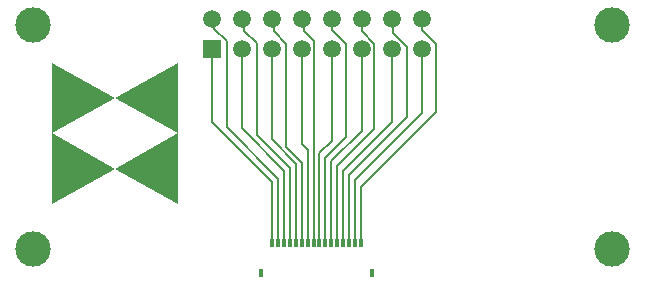
<source format=gtl>
G04*
G04 #@! TF.GenerationSoftware,Altium Limited,Altium Designer,23.9.2 (47)*
G04*
G04 Layer_Physical_Order=1*
G04 Layer_Color=255*
%FSLAX44Y44*%
%MOMM*%
G71*
G04*
G04 #@! TF.SameCoordinates,58B7A3E4-DE2A-4233-B81C-AD47A70DC6F2*
G04*
G04*
G04 #@! TF.FilePolarity,Positive*
G04*
G01*
G75*
%ADD12R,0.3000X0.8000*%
%ADD13R,0.4000X0.8000*%
%ADD19C,0.2040*%
%ADD20C,1.5000*%
%ADD21R,1.5000X1.5000*%
%ADD22C,3.0000*%
G36*
X152989Y187876D02*
Y187543D01*
Y186988D01*
Y185988D01*
Y185321D01*
Y184655D01*
Y183766D01*
Y182877D01*
Y181766D01*
Y180544D01*
Y179211D01*
Y177655D01*
Y175989D01*
Y174211D01*
Y172211D01*
Y169989D01*
Y167656D01*
Y165101D01*
Y162435D01*
Y159546D01*
Y156324D01*
Y152991D01*
Y149436D01*
Y145659D01*
Y141548D01*
X152989Y137326D01*
Y132771D01*
Y127994D01*
Y68000D01*
X99494Y97997D01*
X152989Y127994D01*
X99494Y157991D01*
X152989Y187988D01*
Y187876D01*
D02*
G37*
G36*
X99494Y157991D02*
X46000Y127994D01*
X99494Y97997D01*
X46000Y68000D01*
Y127994D01*
Y132771D01*
Y137326D01*
X46000Y141548D01*
Y145659D01*
Y149436D01*
Y152991D01*
Y156324D01*
Y159546D01*
Y162435D01*
Y165101D01*
Y167656D01*
Y169989D01*
Y172211D01*
Y174211D01*
Y175989D01*
Y177655D01*
Y179211D01*
Y180544D01*
Y181766D01*
Y182877D01*
Y183766D01*
Y184655D01*
Y185321D01*
Y185988D01*
Y186988D01*
Y187543D01*
Y187876D01*
Y187988D01*
X99494Y157991D01*
D02*
G37*
D12*
X307500Y35220D02*
D03*
X302500D02*
D03*
X297500D02*
D03*
X292500D02*
D03*
X287500D02*
D03*
X282500D02*
D03*
X277500D02*
D03*
X272500D02*
D03*
X267500D02*
D03*
X262500D02*
D03*
X257500D02*
D03*
X252500D02*
D03*
X247500D02*
D03*
X242500D02*
D03*
X237500D02*
D03*
X232500D02*
D03*
D13*
X223000Y10220D02*
D03*
X317000D02*
D03*
D19*
X282700Y199440D02*
Y203300D01*
Y121947D02*
Y199440D01*
X359525Y215475D02*
X371000Y204000D01*
X359525Y215475D02*
Y224215D01*
X371000Y146000D02*
Y204000D01*
X358900Y224840D02*
X359525Y224215D01*
X307500Y35220D02*
Y82500D01*
X371000Y146000D01*
X302500Y88500D02*
X359000Y145000D01*
Y199340D01*
X358900Y199440D02*
X359000Y199340D01*
X335000Y213000D02*
Y223340D01*
X333500Y224840D02*
X335000Y223340D01*
Y213000D02*
X347000Y201000D01*
X308100Y214900D02*
Y224840D01*
Y214900D02*
X319000Y204000D01*
Y132000D02*
Y204000D01*
X308100Y130100D02*
Y201900D01*
X282700Y224840D02*
X283225Y224315D01*
X295000Y125000D02*
Y203700D01*
X283225Y215475D02*
X295000Y203700D01*
X283225Y215475D02*
Y224315D01*
X259000Y215000D02*
Y223140D01*
X257300Y224840D02*
X259000Y223140D01*
Y215000D02*
X267860Y206140D01*
Y35582D02*
Y206140D01*
X233720Y214280D02*
Y223020D01*
X231900Y224840D02*
X233720Y223020D01*
Y214280D02*
X244000Y204000D01*
X206500Y224840D02*
X208980Y222360D01*
Y215020D02*
Y222360D01*
X219501Y126499D02*
Y204499D01*
X208980Y215020D02*
X219501Y204499D01*
X206500Y132500D02*
Y199440D01*
X193800Y133200D02*
Y206068D01*
X183491Y216377D02*
X193800Y206068D01*
X181100Y224840D02*
X183491Y222449D01*
Y216377D02*
Y222449D01*
X181100Y137900D02*
Y199440D01*
Y137900D02*
X232500Y86500D01*
Y35220D02*
Y86500D01*
X272500Y35220D02*
Y111748D01*
X282700Y121947D01*
X302500Y35220D02*
Y88500D01*
X333500Y137500D02*
Y202500D01*
X257300Y119447D02*
Y202700D01*
X244000Y116770D02*
Y204000D01*
X237500Y35220D02*
Y89500D01*
X193800Y133200D02*
X237500Y89500D01*
X206500Y132500D02*
X242500Y96500D01*
X219501Y126499D02*
X247500Y98500D01*
Y35222D02*
Y98500D01*
X297500Y35222D02*
Y92500D01*
X347000Y142000D01*
Y201000D01*
X292500Y35222D02*
Y96500D01*
X333500Y137500D01*
X287500Y35222D02*
Y100500D01*
X319000Y132000D01*
X282500Y35222D02*
Y104500D01*
X308100Y130100D01*
X277500Y107500D02*
X295000Y125000D01*
X277500Y35222D02*
Y107500D01*
X267500Y35222D02*
X267860Y35582D01*
X262500Y35222D02*
Y114247D01*
X257300Y119447D02*
X262500Y114247D01*
X231900Y123100D02*
X252500Y102500D01*
Y35222D02*
Y102500D01*
X244000Y116770D02*
X257500Y103270D01*
Y35222D02*
Y103270D01*
X231900Y123100D02*
Y203100D01*
X242500Y35222D02*
Y96500D01*
D20*
X358900Y224840D02*
D03*
Y199440D02*
D03*
X333500Y224840D02*
D03*
Y199440D02*
D03*
X308100Y224840D02*
D03*
X282700D02*
D03*
X257300D02*
D03*
X231900D02*
D03*
X206500D02*
D03*
X181100D02*
D03*
X308100Y199440D02*
D03*
X282700D02*
D03*
X257300D02*
D03*
X231900D02*
D03*
X206500D02*
D03*
D21*
X181100D02*
D03*
D22*
X520000Y30000D02*
D03*
Y220000D02*
D03*
X30000D02*
D03*
Y30000D02*
D03*
M02*

</source>
